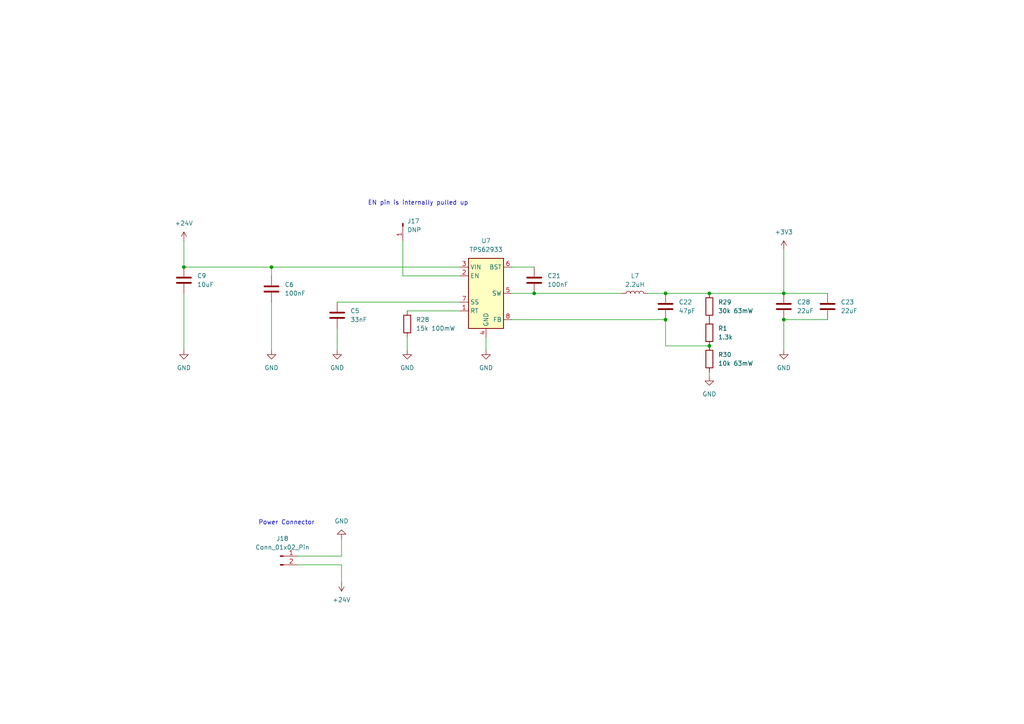
<source format=kicad_sch>
(kicad_sch (version 20231120) (generator "eeschema") (generator_version "8.0")
  (paper "A4")
  (lib_symbols
    (symbol "Endstufe:+24V" (power) (pin_names (offset 0))
      (property "Value" "+24V" (at 0 3.556 0))
      (symbol "+24V_0_1"
        (polyline (pts (xy -0.762 1.27) (xy 0 2.54)))
        (polyline (pts (xy 0 0) (xy 0 2.54)))
        (polyline (pts (xy 0 2.54) (xy 0.762 1.27)))
      )
      (symbol "+24V_1_1"
        (pin power_in line (at 0 0 90) (length 0) hide (name "+24V") (number "1"))
      )
    )
    (symbol "Endstufe:+3V3" (power) (pin_names (offset 0))
      (property "Value" "+3V3" (at 0 3.556 0))
      (symbol "+3V3_0_1"
        (polyline (pts (xy -0.762 1.27) (xy 0 2.54)))
        (polyline (pts (xy 0 0) (xy 0 2.54)))
        (polyline (pts (xy 0 2.54) (xy 0.762 1.27)))
      )
      (symbol "+3V3_1_1"
        (pin power_in line (at 0 0 90) (length 0) hide (name "+3V3") (number "1"))
      )
    )
    (symbol "Endstufe:C" (pin_numbers hide) (pin_names (offset 0.254))
      (property "Reference" "C" (at 0.635 2.54 0))
      (property "Value" "C" (at 0.635 -2.54 0))
      (symbol "C_0_1"
        (polyline (pts (xy -2.032 -0.762) (xy 2.032 -0.762)) (stroke (width 0.508)))
        (polyline (pts (xy -2.032 0.762) (xy 2.032 0.762)) (stroke (width 0.508)))
      )
      (symbol "C_1_1"
        (pin passive line (at 0 3.81 270) (length 2.794) (name "~") (number "1"))
        (pin passive line (at 0 -3.81 90) (length 2.794) (name "~") (number "2"))
      )
    )
    (symbol "Endstufe:Conn_01x01_Pin" (pin_names (offset 1.016) hide)
      (property "Reference" "J" (at 0 2.54 0))
      (property "Value" "Conn_01x01_Pin" (at 0 -2.54 0))
      (symbol "Conn_01x01_Pin_1_1"
        (polyline (pts (xy 1.27 0) (xy 0.8636 0)) (stroke (width 0.1524)))
        (rectangle (start 0.8636 0.127) (end 0 -0.127) (stroke (width 0.1524)) (fill (type outline)))
        (pin passive line (at 5.08 0 180) (length 3.81) (name "Pin_1") (number "1"))
      )
    )
    (symbol "Endstufe:Conn_01x02_Pin" (pin_names (offset 1.016) hide)
      (property "Reference" "J" (at 0 2.54 0))
      (property "Value" "Conn_01x02_Pin" (at 0 -5.08 0))
      (symbol "Conn_01x02_Pin_1_1"
        (polyline (pts (xy 1.27 -2.54) (xy 0.8636 -2.54)) (stroke (width 0.1524)))
        (polyline (pts (xy 1.27 0) (xy 0.8636 0)) (stroke (width 0.1524)))
        (rectangle (start 0.8636 -2.413) (end 0 -2.667) (stroke (width 0.1524)) (fill (type outline)))
        (rectangle (start 0.8636 0.127) (end 0 -0.127) (stroke (width 0.1524)) (fill (type outline)))
        (pin passive line (at 5.08 0 180) (length 3.81) (name "Pin_1") (number "1"))
        (pin passive line (at 5.08 -2.54 180) (length 3.81) (name "Pin_2") (number "2"))
      )
    )
    (symbol "Endstufe:GND" (power) (pin_names (offset 0))
      (property "Value" "GND" (at 0 -3.81 0))
      (symbol "GND_0_1"
        (polyline (pts (xy 0 0) (xy 0 -1.27) (xy 1.27 -1.27) (xy 0 -2.54) (xy -1.27 -1.27) (xy 0 -1.27)))
      )
      (symbol "GND_1_1"
        (pin power_in line (at 0 0 270) (length 0) hide (name "GND") (number "1"))
      )
    )
    (symbol "Endstufe:L" (pin_numbers hide) (pin_names (offset 1.016) hide)
      (property "Reference" "L" (at -1.27 0 90))
      (property "Value" "L" (at 1.905 0 90))
      (symbol "L_0_1"
        (arc (start 0 -2.54) (mid 0.6323 -1.905) (end 0 -1.27))
        (arc (start 0 -1.27) (mid 0.6323 -0.635) (end 0 0))
        (arc (start 0 0) (mid 0.6323 0.635) (end 0 1.27))
        (arc (start 0 1.27) (mid 0.6323 1.905) (end 0 2.54))
      )
      (symbol "L_1_1"
        (pin passive line (at 0 3.81 270) (length 1.27) (name "1") (number "1"))
        (pin passive line (at 0 -3.81 90) (length 1.27) (name "2") (number "2"))
      )
    )
    (symbol "Endstufe:R" (pin_numbers hide) (pin_names (offset 0))
      (property "Reference" "R" (at 2.032 0 90))
      (property "Value" "R" (at 0 0 90))
      (symbol "R_0_1"
        (rectangle (start -1.016 -2.54) (end 1.016 2.54) (stroke (width 0.254)))
      )
      (symbol "R_1_1"
        (pin passive line (at 0 3.81 270) (length 1.27) (name "~") (number "1"))
        (pin passive line (at 0 -3.81 90) (length 1.27) (name "~") (number "2"))
      )
    )
    (symbol "Endstufe:TPS62933"
      (property "Reference" "U" (at 0 13.97 0))
      (property "Value" "TPS62933" (at 0 11.43 0))
      (symbol "TPS62933_0_1"
        (rectangle (start -5.08 10.16) (end 5.08 -10.16) (stroke (width 0.254)) (fill (type background)))
      )
      (symbol "TPS62933_1_1"
        (pin passive line (at -7.62 -5.08 0) (length 2.54) (name "RT") (number "1"))
        (pin input line (at -7.62 5.08 0) (length 2.54) (name "EN") (number "2"))
        (pin power_in line (at -7.62 7.62 0) (length 2.54) (name "VIN") (number "3"))
        (pin power_in line (at 0 -12.7 90) (length 2.54) (name "GND") (number "4"))
        (pin output line (at 7.62 0 180) (length 2.54) (name "SW") (number "5"))
        (pin passive line (at 7.62 7.62 180) (length 2.54) (name "BST") (number "6"))
        (pin passive line (at -7.62 -2.54 0) (length 2.54) (name "SS") (number "7"))
        (pin input line (at 7.62 -7.62 180) (length 2.54) (name "FB") (number "8"))
      )
    )
  )
  (junction (at 227.33 85.09))
  (junction (at 227.33 92.71))
  (junction (at 154.94 85.09))
  (junction (at 78.74 77.47))
  (junction (at 193.04 92.71))
  (junction (at 53.34 77.47))
  (junction (at 193.04 85.09))
  (junction (at 205.74 100.33))
  (junction (at 205.74 85.09))
  (wire (pts (xy 116.84 80.01) (xy 133.35 80.01)))
  (wire (pts (xy 99.06 161.29) (xy 99.06 156.21)))
  (wire (pts (xy 97.79 101.6) (xy 97.79 95.25)))
  (wire (pts (xy 148.59 92.71) (xy 193.04 92.71)))
  (wire (pts (xy 86.36 163.83) (xy 99.06 163.83)))
  (wire (pts (xy 205.74 109.22) (xy 205.74 107.95)))
  (wire (pts (xy 53.34 101.6) (xy 53.34 85.09)))
  (wire (pts (xy 78.74 77.47) (xy 78.74 80.01)))
  (wire (pts (xy 193.04 85.09) (xy 205.74 85.09)))
  (wire (pts (xy 86.36 161.29) (xy 99.06 161.29)))
  (wire (pts (xy 227.33 92.71) (xy 240.03 92.71)))
  (wire (pts (xy 154.94 85.09) (xy 148.59 85.09)))
  (wire (pts (xy 205.74 85.09) (xy 227.33 85.09)))
  (wire (pts (xy 193.04 100.33) (xy 193.04 92.71)))
  (wire (pts (xy 78.74 77.47) (xy 133.35 77.47)))
  (wire (pts (xy 140.97 101.6) (xy 140.97 97.79)))
  (wire (pts (xy 97.79 87.63) (xy 133.35 87.63)))
  (wire (pts (xy 53.34 77.47) (xy 78.74 77.47)))
  (wire (pts (xy 227.33 101.6) (xy 227.33 92.71)))
  (wire (pts (xy 78.74 101.6) (xy 78.74 87.63)))
  (wire (pts (xy 118.11 90.17) (xy 133.35 90.17)))
  (wire (pts (xy 99.06 168.91) (xy 99.06 163.83)))
  (wire (pts (xy 227.33 72.39) (xy 227.33 85.09)))
  (wire (pts (xy 227.33 85.09) (xy 240.03 85.09)))
  (wire (pts (xy 53.34 69.85) (xy 53.34 77.47)))
  (wire (pts (xy 116.84 69.85) (xy 116.84 80.01)))
  (wire (pts (xy 193.04 85.09) (xy 187.96 85.09)))
  (wire (pts (xy 154.94 77.47) (xy 148.59 77.47)))
  (wire (pts (xy 193.04 100.33) (xy 205.74 100.33)))
  (wire (pts (xy 180.34 85.09) (xy 154.94 85.09)))
  (wire (pts (xy 118.11 101.6) (xy 118.11 97.79)))
  (text "Power Connector" (at 74.93 152.4 0) (effects (font (size 1.27 1.27)) (justify left bottom)))
  (text "EN pin is internally pulled up" (at 106.68 59.69 0) (effects (font (size 1.27 1.27)) (justify left bottom)))
  (symbol (lib_id "Endstufe:GND") (at 78.74 101.6 0) (unit 1)
    (property "Reference" "#PWR072" (effects (hide yes)))
    (property "Value" "GND" (at 78.74 106.68 0))
  )
  (symbol (lib_id "Endstufe:GND") (at 99.06 156.21 180) (unit 1)
    (property "Reference" "#PWR09" (effects (hide yes)))
    (property "Value" "GND" (at 99.06 151.13 0))
  )
  (symbol (lib_id "Endstufe:C") (at 97.79 91.44 0) (unit 1)
    (property "Reference" "C5" (at 101.6 90.17 0) (effects (justify left)))
    (property "Value" "33nF" (at 101.6 92.71 0) (effects (justify left)))
    (property "Footprint" "Endstufe:C_0402_1005Metric" (effects (hide yes)))
    (property "LCSC Part #" "C106862" (effects (hide yes)))
  )
  (symbol (lib_id "Endstufe:GND") (at 53.34 101.6 0) (unit 1)
    (property "Reference" "#PWR073" (effects (hide yes)))
    (property "Value" "GND" (at 53.34 106.68 0))
  )
  (symbol (lib_id "Endstufe:C") (at 193.04 88.9 0) (unit 1)
    (property "Reference" "C22" (at 196.85 87.63 0) (effects (justify left)))
    (property "Value" "47pF" (at 196.85 90.17 0) (effects (justify left)))
    (property "Footprint" "Endstufe:C_0402_1005Metric" (effects (hide yes)))
    (property "LCSC Part #" "C1567" (effects (hide yes)))
  )
  (symbol (lib_id "Endstufe:L") (at 184.15 85.09 90) (unit 1)
    (property "Reference" "L7" (at 184.15 80.01 90))
    (property "Value" "2.2uH" (at 184.15 82.55 90))
    (property "Footprint" "Endstufe:L2520" (effects (hide yes)))
    (property "LCSC Part #" "C280577" (effects (hide yes)))
  )
  (symbol (lib_id "Endstufe:C") (at 240.03 88.9 0) (unit 1)
    (property "Reference" "C23" (at 243.84 87.63 0) (effects (justify left)))
    (property "Value" "22uF" (at 243.84 90.17 0) (effects (justify left)))
    (property "Footprint" "Endstufe:C_0603_1608Metric" (effects (hide yes)))
    (property "LCSC Part #" "C59461" (effects (hide yes)))
  )
  (symbol (lib_id "Endstufe:GND") (at 97.79 101.6 0) (unit 1)
    (property "Reference" "#PWR071" (effects (hide yes)))
    (property "Value" "GND" (at 97.79 106.68 0))
  )
  (symbol (lib_id "Endstufe:C") (at 227.33 88.9 0) (unit 1)
    (property "Reference" "C28" (at 231.14 87.63 0) (effects (justify left)))
    (property "Value" "22uF" (at 231.14 90.17 0) (effects (justify left)))
    (property "Footprint" "Endstufe:C_0603_1608Metric" (effects (hide yes)))
    (property "LCSC Part #" "C59461" (effects (hide yes)))
  )
  (symbol (lib_id "Endstufe:R") (at 118.11 93.98 0) (unit 1)
    (property "Reference" "R28" (at 120.65 92.71 0) (effects (justify left)))
    (property "Value" "15k 100mW" (at 120.65 95.25 0) (effects (justify left)))
    (property "Footprint" "Endstufe:R_0402_1005Metric" (effects (hide yes)))
    (property "LCSC Part #" "C413097" (effects (hide yes)))
  )
  (symbol (lib_id "Endstufe:GND") (at 205.74 109.22 0) (unit 1)
    (property "Reference" "#PWR075" (effects (hide yes)))
    (property "Value" "GND" (at 205.74 114.3 0))
  )
  (symbol (lib_id "Endstufe:C") (at 78.74 83.82 0) (unit 1)
    (property "Reference" "C6" (at 82.55 82.55 0) (effects (justify left)))
    (property "Value" "100nF" (at 82.55 85.09 0) (effects (justify left)))
    (property "Footprint" "Endstufe:C_0402_1005Metric" (effects (hide yes)))
    (property "LCSC Part #" "C307331" (effects (hide yes)))
  )
  (symbol (lib_id "Endstufe:R") (at 205.74 104.14 0) (unit 1)
    (property "Reference" "R30" (at 208.28 102.87 0) (effects (justify left)))
    (property "Value" "10k 63mW" (at 208.28 105.41 0) (effects (justify left)))
    (property "Footprint" "Endstufe:R_0402_1005Metric" (effects (hide yes)))
    (property "LCSC Part #" "C25744" (effects (hide yes)))
  )
  (symbol (lib_id "Endstufe:Conn_01x02_Pin") (at 81.28 161.29 0) (unit 1)
    (property "Reference" "J18" (at 81.915 156.21 0))
    (property "Value" "Conn_01x02_Pin" (at 81.915 158.75 0))
    (property "Footprint" "Endstufe:Molex_Sabre_43160-1102_1x02_P7.49mm_Horizontal" (effects (hide yes)))
    (property "LCSC Part #" "-" (effects (hide yes)))
  )
  (symbol (lib_id "Endstufe:TPS62933") (at 140.97 85.09 0) (unit 1)
    (property "Reference" "U7" (at 140.97 69.85 0))
    (property "Value" "TPS62933" (at 140.97 72.39 0))
    (property "Footprint" "Endstufe:SOT-583-8_L2.1-W1.2-P0.50-LS1.6-BR" (effects (hide yes)))
    (property "Datasheet" "https://www.ti.com/lit/ds/symlink/tps62933.pdf" (effects (hide yes)))
    (property "LCSC Part #" "C3200405" (effects (hide yes)))
  )
  (symbol (lib_id "Endstufe:C") (at 154.94 81.28 0) (unit 1)
    (property "Reference" "C21" (at 158.75 80.01 0) (effects (justify left)))
    (property "Value" "100nF" (at 158.75 82.55 0) (effects (justify left)))
    (property "Footprint" "Endstufe:C_0402_1005Metric" (effects (hide yes)))
    (property "LCSC Part #" "C307331" (effects (hide yes)))
  )
  (symbol (lib_id "Endstufe:+24V") (at 53.34 69.85 0) (unit 1)
    (property "Reference" "#PWR074" (effects (hide yes)))
    (property "Value" "+24V" (at 53.34 64.77 0))
  )
  (symbol (lib_id "Endstufe:GND") (at 118.11 101.6 0) (unit 1)
    (property "Reference" "#PWR070" (effects (hide yes)))
    (property "Value" "GND" (at 118.11 106.68 0))
  )
  (symbol (lib_id "Endstufe:GND") (at 227.33 101.6 0) (unit 1)
    (property "Reference" "#PWR076" (effects (hide yes)))
    (property "Value" "GND" (at 227.33 106.68 0))
  )
  (symbol (lib_id "Endstufe:Conn_01x01_Pin") (at 116.84 64.77 270) (unit 1)
    (property "Reference" "J17" (at 118.11 64.135 90) (effects (justify left)))
    (property "Value" "DNP" (at 118.11 66.675 90) (effects (justify left)))
    (property "Footprint" "Endstufe:PinHeader_1x01_P2.54mm_Vertical" (effects (hide yes)))
    (property "LCSC Part #" "-" (effects (hide yes)))
  )
  (symbol (lib_id "Endstufe:C") (at 53.34 81.28 0) (unit 1)
    (property "Reference" "C9" (at 57.15 80.01 0) (effects (justify left)))
    (property "Value" "10uF" (at 57.15 82.55 0) (effects (justify left)))
    (property "Footprint" "Endstufe:C_0805_2012Metric" (effects (hide yes)))
    (property "LCSC Part #" "C440198" (effects (hide yes)))
  )
  (symbol (lib_id "Endstufe:+3V3") (at 227.33 72.39 0) (unit 1)
    (property "Reference" "#PWR077" (effects (hide yes)))
    (property "Value" "+3V3" (at 227.33 67.31 0))
  )
  (symbol (lib_id "Endstufe:GND") (at 140.97 101.6 0) (unit 1)
    (property "Reference" "#PWR069" (effects (hide yes)))
    (property "Value" "GND" (at 140.97 106.68 0))
  )
  (symbol (lib_id "Endstufe:R") (at 205.74 88.9 0) (unit 1)
    (property "Reference" "R29" (at 208.28 87.63 0) (effects (justify left)))
    (property "Value" "30k 63mW" (at 208.28 90.17 0) (effects (justify left)))
    (property "Footprint" "Endstufe:R_0402_1005Metric" (effects (hide yes)))
    (property "LCSC Part #" "C2961363" (effects (hide yes)))
  )
  (symbol (lib_id "Endstufe:R") (at 205.74 96.52 0) (unit 1)
    (property "Reference" "R1" (at 208.28 95.25 0) (effects (justify left)))
    (property "Value" "1.3k" (at 208.28 97.79 0) (effects (justify left)))
    (property "Footprint" "Endstufe:R_0402_1005Metric" (effects (hide yes)))
    (property "LCSC Part #" "C445599" (effects (hide yes)))
  )
  (symbol (lib_id "Endstufe:+24V") (at 99.06 168.91 180) (unit 1)
    (property "Reference" "#PWR078" (effects (hide yes)))
    (property "Value" "+24V" (at 99.06 173.99 0))
  )
)
</source>
